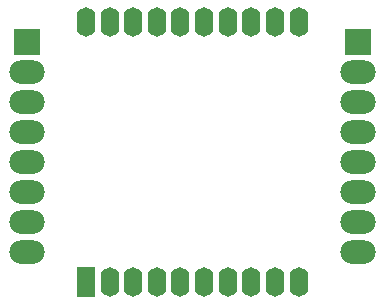
<source format=gbr>
G04 #@! TF.GenerationSoftware,KiCad,Pcbnew,(5.1.6)-1*
G04 #@! TF.CreationDate,2020-07-07T11:59:46-05:00*
G04 #@! TF.ProjectId,Xbee,58626565-2e6b-4696-9361-645f70636258,rev?*
G04 #@! TF.SameCoordinates,Original*
G04 #@! TF.FileFunction,Copper,L1,Top*
G04 #@! TF.FilePolarity,Positive*
%FSLAX46Y46*%
G04 Gerber Fmt 4.6, Leading zero omitted, Abs format (unit mm)*
G04 Created by KiCad (PCBNEW (5.1.6)-1) date 2020-07-07 11:59:46*
%MOMM*%
%LPD*%
G01*
G04 APERTURE LIST*
G04 #@! TA.AperFunction,ComponentPad*
%ADD10R,2.200000X2.200000*%
G04 #@! TD*
G04 #@! TA.AperFunction,ComponentPad*
%ADD11O,3.000000X2.000000*%
G04 #@! TD*
G04 #@! TA.AperFunction,ComponentPad*
%ADD12R,1.600000X2.500000*%
G04 #@! TD*
G04 #@! TA.AperFunction,ComponentPad*
%ADD13O,1.600000X2.500000*%
G04 #@! TD*
G04 APERTURE END LIST*
D10*
X107900000Y-106680000D03*
D11*
X107900000Y-109220000D03*
X107900000Y-111760000D03*
X107900000Y-114300000D03*
X107900000Y-116840000D03*
X107900000Y-119380000D03*
X107900000Y-121920000D03*
X107900000Y-124460000D03*
D12*
X112900000Y-127020000D03*
D13*
X114900000Y-127020000D03*
X116900000Y-127020000D03*
X118900000Y-127020000D03*
X120900000Y-127020000D03*
X122900000Y-127020000D03*
X124900000Y-127020000D03*
X126900000Y-127020000D03*
X128900000Y-127020000D03*
X130900000Y-127020000D03*
X130900000Y-105020000D03*
X128900000Y-105020000D03*
X126900000Y-105020000D03*
X124900000Y-105020000D03*
X122900000Y-105020000D03*
X120900000Y-105020000D03*
X118900000Y-105020000D03*
X116900000Y-105020000D03*
X114900000Y-105020000D03*
X112900000Y-105020000D03*
D11*
X135900000Y-124460000D03*
X135900000Y-121920000D03*
X135900000Y-119380000D03*
X135900000Y-116840000D03*
X135900000Y-114300000D03*
X135900000Y-111760000D03*
X135900000Y-109220000D03*
D10*
X135900000Y-106680000D03*
M02*

</source>
